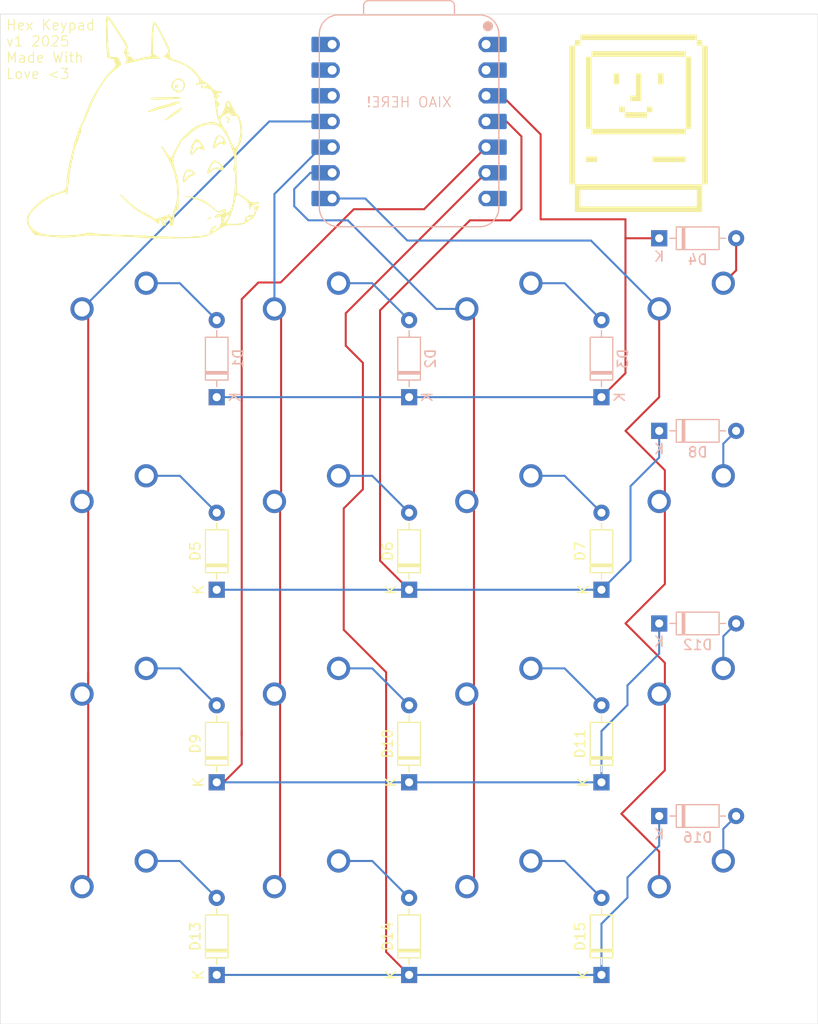
<source format=kicad_pcb>
(kicad_pcb (version 20240108) (generator "pcbnew") (generator_version "8.0")
  (layers (0 "F.Cu" signal) (31 "B.Cu" signal) (34 "B.Paste" user) (35 "F.Paste" user) (36 "B.SilkS" user "B.Silkscreen") (37 "F.SilkS" user "F.Silkscreen") (38 "B.Mask" user) (39 "F.Mask" user) (44 "Edge.Cuts" user))
  (net 0 "")
  (net 1 "Net-(D1-K)")
  (net 2 "Net-(D1-A)")
  (net 3 "Net-(D2-A)")
  (net 4 "Net-(D3-A)")
  (net 5 "Net-(D4-A)")
  (net 6 "Net-(D5-A)")
  (net 7 "Net-(D5-K)")
  (net 8 "Net-(D6-A)")
  (net 9 "Net-(D7-A)")
  (net 10 "Net-(D8-A)")
  (net 11 "Net-(D10-K)")
  (net 12 "Net-(D9-A)")
  (net 13 "Net-(D10-A)")
  (net 14 "Net-(D11-A)")
  (net 15 "Net-(D12-A)")
  (net 16 "Net-(D13-A)")
  (net 17 "Net-(D13-K)")
  (net 18 "Net-(D14-A)")
  (net 19 "Net-(D15-A)")
  (net 20 "Net-(D16-A)")
  (net 21 "Net-(U1-GPIO3{slash}MOSI)")
  (net 22 "Net-(U1-GPIO4{slash}MISO)")
  (net 23 "Net-(U1-GPIO2{slash}SCK)")
  (net 24 "Net-(U1-GPIO1{slash}RX)")
  (net 28 "GND")
  (net 30 "+5V")
  (footprint "MX_Solderable:MX-Solderable-1U" (layer "F.Cu") (at 95.25 76.2)
    (property "Reference" "SW2")
    (property "Value" "SW_Push")
    (pad "" np_thru_hole circle (at -5.08 0 48.099) (size 1.7018 1.7018) (drill 1.7018) (layers "F&B.Cu" "*.Mask"))
    (pad "" np_thru_hole circle (at 0 0) (size 3.9878 3.9878) (drill 3.9878) (layers "*.Cu" "*.Mask"))
    (pad "" np_thru_hole circle (at 5.08 0 48.099) (size 1.7018 1.7018) (drill 1.7018) (layers "F&B.Cu" "*.Mask"))
    (pad "1" thru_hole circle (at -3.81 -2.54) (size 2.3 2.3) (drill 1.524) (layers "*.Cu" "B.Mask") (net 22 "Net-(U1-GPIO4{slash}MISO)"))
    (pad "2" thru_hole circle (at 2.54 -5.08) (size 2.3 2.3) (drill 1.524) (layers "*.Cu" "B.Mask") (net 3 "Net-(D2-A)"))
  )
  (footprint "MX_Solderable:MX-Solderable-1U" (layer "F.Cu") (at 114.3 133.35)
    (property "Reference" "SW15")
    (property "Value" "SW_Push")
    (pad "" np_thru_hole circle (at -5.08 0 48.099) (size 1.7018 1.7018) (drill 1.7018) (layers "F&B.Cu" "*.Mask"))
    (pad "" np_thru_hole circle (at 0 0) (size 3.9878 3.9878) (drill 3.9878) (layers "*.Cu" "*.Mask"))
    (pad "" np_thru_hole circle (at 5.08 0 48.099) (size 1.7018 1.7018) (drill 1.7018) (layers "F&B.Cu" "*.Mask"))
    (pad "1" thru_hole circle (at -3.81 -2.54) (size 2.3 2.3) (drill 1.524) (layers "*.Cu" "B.Mask") (net 23 "Net-(U1-GPIO2{slash}SCK)"))
    (pad "2" thru_hole circle (at 2.54 -5.08) (size 2.3 2.3) (drill 1.524) (layers "*.Cu" "B.Mask") (net 19 "Net-(D15-A)"))
  )
  (footprint "MX_Solderable:MX-Solderable-1U" (layer "F.Cu") (at 76.2 76.2)
    (property "Reference" "SW1")
    (property "Value" "SW_Push")
    (pad "" np_thru_hole circle (at -5.08 0 48.099) (size 1.7018 1.7018) (drill 1.7018) (layers "F&B.Cu" "*.Mask"))
    (pad "" np_thru_hole circle (at 0 0) (size 3.9878 3.9878) (drill 3.9878) (layers "*.Cu" "*.Mask"))
    (pad "" np_thru_hole circle (at 5.08 0 48.099) (size 1.7018 1.7018) (drill 1.7018) (layers "F&B.Cu" "*.Mask"))
    (pad "1" thru_hole circle (at -3.81 -2.54) (size 2.3 2.3) (drill 1.524) (layers "*.Cu" "B.Mask") (net 21 "Net-(U1-GPIO3{slash}MOSI)"))
    (pad "2" thru_hole circle (at 2.54 -5.08) (size 2.3 2.3) (drill 1.524) (layers "*.Cu" "B.Mask") (net 2 "Net-(D1-A)"))
  )
  (footprint "LOGO" (layer "F.Cu") (at 127.5 55.3)
    (property "Reference" "G***" (hide yes))
    (property "Value" "LOGO" (hide yes))
  )
  (footprint "Diode_THT:D_DO-35_SOD27_P7.62mm_Horizontal" (layer "F.Cu") (at 123.825 120.49125 90)
    (property "Reference" "D11" (at 3.81 -2.12 90) (layer "F.SilkS"))
    (property "Value" "D")
    (fp_text user "K" (at 0 -1.8 90) (layer "F.SilkS"))
    (pad "1" thru_hole rect (at 0 0 90) (size 1.6 1.6) (drill 0.8) (layers "*.Cu" "*.Mask") (net 11 "Net-(D10-K)"))
    (pad "2" thru_hole oval (at 7.62 0 90) (size 1.6 1.6) (drill 0.8) (layers "*.Cu" "*.Mask") (net 14 "Net-(D11-A)"))
  )
  (footprint "MX_Solderable:MX-Solderable-1U" (layer "F.Cu") (at 95.25 114.3)
    (property "Reference" "SW10")
    (property "Value" "SW_Push")
    (pad "" np_thru_hole circle (at -5.08 0 48.099) (size 1.7018 1.7018) (drill 1.7018) (layers "F&B.Cu" "*.Mask"))
    (pad "" np_thru_hole circle (at 0 0) (size 3.9878 3.9878) (drill 3.9878) (layers "*.Cu" "*.Mask"))
    (pad "" np_thru_hole circle (at 5.08 0 48.099) (size 1.7018 1.7018) (drill 1.7018) (layers "F&B.Cu" "*.Mask"))
    (pad "1" thru_hole circle (at -3.81 -2.54) (size 2.3 2.3) (drill 1.524) (layers "*.Cu" "B.Mask") (net 22 "Net-(U1-GPIO4{slash}MISO)"))
    (pad "2" thru_hole circle (at 2.54 -5.08) (size 2.3 2.3) (drill 1.524) (layers "*.Cu" "B.Mask") (net 13 "Net-(D10-A)"))
  )
  (footprint "MX_Solderable:MX-Solderable-1U" (layer "F.Cu") (at 133.35 114.3)
    (property "Reference" "SW12")
    (property "Value" "SW_Push")
    (pad "" np_thru_hole circle (at -5.08 0 48.099) (size 1.7018 1.7018) (drill 1.7018) (layers "F&B.Cu" "*.Mask"))
    (pad "" np_thru_hole circle (at 0 0) (size 3.9878 3.9878) (drill 3.9878) (layers "*.Cu" "*.Mask"))
    (pad "" np_thru_hole circle (at 5.08 0 48.099) (size 1.7018 1.7018) (drill 1.7018) (layers "F&B.Cu" "*.Mask"))
    (pad "1" thru_hole circle (at -3.81 -2.54) (size 2.3 2.3) (drill 1.524) (layers "*.Cu" "B.Mask") (net 24 "Net-(U1-GPIO1{slash}RX)"))
    (pad "2" thru_hole circle (at 2.54 -5.08) (size 2.3 2.3) (drill 1.524) (layers "*.Cu" "B.Mask") (net 15 "Net-(D12-A)"))
  )
  (footprint "MX_Solderable:MX-Solderable-1U" (layer "F.Cu") (at 114.3 95.25)
    (property "Reference" "SW7")
    (property "Value" "SW_Push")
    (pad "" np_thru_hole circle (at -5.08 0 48.099) (size 1.7018 1.7018) (drill 1.7018) (layers "F&B.Cu" "*.Mask"))
    (pad "" np_thru_hole circle (at 0 0) (size 3.9878 3.9878) (drill 3.9878) (layers "*.Cu" "*.Mask"))
    (pad "" np_thru_hole circle (at 5.08 0 48.099) (size 1.7018 1.7018) (drill 1.7018) (layers "F&B.Cu" "*.Mask"))
    (pad "1" thru_hole circle (at -3.81 -2.54) (size 2.3 2.3) (drill 1.524) (layers "*.Cu" "B.Mask") (net 23 "Net-(U1-GPIO2{slash}SCK)"))
    (pad "2" thru_hole circle (at 2.54 -5.08) (size 2.3 2.3) (drill 1.524) (layers "*.Cu" "B.Mask") (net 9 "Net-(D7-A)"))
  )
  (footprint "MX_Solderable:MX-Solderable-1U" (layer "F.Cu") (at 133.35 95.25)
    (property "Reference" "SW8")
    (property "Value" "SW_Push")
    (pad "" np_thru_hole circle (at -5.08 0 48.099) (size 1.7018 1.7018) (drill 1.7018) (layers "F&B.Cu" "*.Mask"))
    (pad "" np_thru_hole circle (at 0 0) (size 3.9878 3.9878) (drill 3.9878) (layers "*.Cu" "*.Mask"))
    (pad "" np_thru_hole circle (at 5.08 0 48.099) (size 1.7018 1.7018) (drill 1.7018) (layers "F&B.Cu" "*.Mask"))
    (pad "1" thru_hole circle (at -3.81 -2.54) (size 2.3 2.3) (drill 1.524) (layers "*.Cu" "B.Mask") (net 24 "Net-(U1-GPIO1{slash}RX)"))
    (pad "2" thru_hole circle (at 2.54 -5.08) (size 2.3 2.3) (drill 1.524) (layers "*.Cu" "B.Mask") (net 10 "Net-(D8-A)"))
  )
  (footprint "MX_Solderable:MX-Solderable-1U" (layer "F.Cu") (at 95.25 95.25)
    (property "Reference" "SW6")
    (property "Value" "SW_Push")
    (pad "" np_thru_hole circle (at -5.08 0 48.099) (size 1.7018 1.7018) (drill 1.7018) (layers "F&B.Cu" "*.Mask"))
    (pad "" np_thru_hole circle (at 0 0) (size 3.9878 3.9878) (drill 3.9878) (layers "*.Cu" "*.Mask"))
    (pad "" np_thru_hole circle (at 5.08 0 48.099) (size 1.7018 1.7018) (drill 1.7018) (layers "F&B.Cu" "*.Mask"))
    (pad "1" thru_hole circle (at -3.81 -2.54) (size 2.3 2.3) (drill 1.524) (layers "*.Cu" "B.Mask") (net 22 "Net-(U1-GPIO4{slash}MISO)"))
    (pad "2" thru_hole circle (at 2.54 -5.08) (size 2.3 2.3) (drill 1.524) (layers "*.Cu" "B.Mask") (net 8 "Net-(D6-A)"))
  )
  (footprint "Diode_THT:D_DO-35_SOD27_P7.62mm_Horizontal" (layer "F.Cu") (at 104.775 120.49125 90)
    (property "Reference" "D10" (at 3.81 -2.12 90) (layer "F.SilkS"))
    (property "Value" "D")
    (fp_text user "K" (at 0 -1.8 90) (layer "F.SilkS"))
    (pad "1" thru_hole rect (at 0 0 90) (size 1.6 1.6) (drill 0.8) (layers "*.Cu" "*.Mask") (net 11 "Net-(D10-K)"))
    (pad "2" thru_hole oval (at 7.62 0 90) (size 1.6 1.6) (drill 0.8) (layers "*.Cu" "*.Mask") (net 13 "Net-(D10-A)"))
  )
  (footprint "MX_Solderable:MX-Solderable-1U" (layer "F.Cu") (at 76.2 114.3)
    (property "Reference" "SW9")
    (property "Value" "SW_Push")
    (pad "" np_thru_hole circle (at -5.08 0 48.099) (size 1.7018 1.7018) (drill 1.7018) (layers "F&B.Cu" "*.Mask"))
    (pad "" np_thru_hole circle (at 0 0) (size 3.9878 3.9878) (drill 3.9878) (layers "*.Cu" "*.Mask"))
    (pad "" np_thru_hole circle (at 5.08 0 48.099) (size 1.7018 1.7018) (drill 1.7018) (layers "F&B.Cu" "*.Mask"))
    (pad "1" thru_hole circle (at -3.81 -2.54) (size 2.3 2.3) (drill 1.524) (layers "*.Cu" "B.Mask") (net 21 "Net-(U1-GPIO3{slash}MOSI)"))
    (pad "2" thru_hole circle (at 2.54 -5.08) (size 2.3 2.3) (drill 1.524) (layers "*.Cu" "B.Mask") (net 12 "Net-(D9-A)"))
  )
  (footprint "LOGO" (layer "F.Cu") (at 78.9 58.1)
    (property "Reference" "G***" (hide yes))
    (property "Value" "LOGO" (hide yes))
  )
  (footprint "MX_Solderable:MX-Solderable-1U" (layer "F.Cu") (at 76.2 95.25)
    (property "Reference" "SW5")
    (property "Value" "SW_Push")
    (pad "" np_thru_hole circle (at -5.08 0 48.099) (size 1.7018 1.7018) (drill 1.7018) (layers "F&B.Cu" "*.Mask"))
    (pad "" np_thru_hole circle (at 0 0) (size 3.9878 3.9878) (drill 3.9878) (layers "*.Cu" "*.Mask"))
    (pad "" np_thru_hole circle (at 5.08 0 48.099) (size 1.7018 1.7018) (drill 1.7018) (layers "F&B.Cu" "*.Mask"))
    (pad "1" thru_hole circle (at -3.81 -2.54) (size 2.3 2.3) (drill 1.524) (layers "*.Cu" "B.Mask") (net 21 "Net-(U1-GPIO3{slash}MOSI)"))
    (pad "2" thru_hole circle (at 2.54 -5.08) (size 2.3 2.3) (drill 1.524) (layers "*.Cu" "B.Mask") (net 6 "Net-(D5-A)"))
  )
  (footprint "Diode_THT:D_DO-35_SOD27_P7.62mm_Horizontal" (layer "F.Cu") (at 123.825 101.44125 90)
    (property "Reference" "D7" (at 3.81 -2.12 90) (layer "F.SilkS"))
    (property "Value" "D")
    (fp_text user "K" (at 0 -1.8 90) (layer "F.SilkS"))
    (pad "1" thru_hole rect (at 0 0 90) (size 1.6 1.6) (drill 0.8) (layers "*.Cu" "*.Mask") (net 7 "Net-(D5-K)"))
    (pad "2" thru_hole oval (at 7.62 0 90) (size 1.6 1.6) (drill 0.8) (layers "*.Cu" "*.Mask") (net 9 "Net-(D7-A)"))
  )
  (footprint "Diode_THT:D_DO-35_SOD27_P7.62mm_Horizontal" (layer "F.Cu") (at 85.725 120.49125 90)
    (property "Reference" "D9" (at 3.81 -2.12 90) (layer "F.SilkS"))
    (property "Value" "D")
    (fp_text user "K" (at 0 -1.8 90) (layer "F.SilkS"))
    (pad "1" thru_hole rect (at 0 0 90) (size 1.6 1.6) (drill 0.8) (layers "*.Cu" "*.Mask") (net 11 "Net-(D10-K)"))
    (pad "2" thru_hole oval (at 7.62 0 90) (size 1.6 1.6) (drill 0.8) (layers "*.Cu" "*.Mask") (net 12 "Net-(D9-A)"))
  )
  (footprint "Diode_THT:D_DO-35_SOD27_P7.62mm_Horizontal" (layer "F.Cu") (at 104.775 101.44125 90)
    (property "Reference" "D6" (at 3.81 -2.12 90) (layer "F.SilkS"))
    (property "Value" "D")
    (fp_text user "K" (at 0 -1.8 90) (layer "F.SilkS"))
    (pad "1" thru_hole rect (at 0 0 90) (size 1.6 1.6) (drill 0.8) (layers "*.Cu" "*.Mask") (net 7 "Net-(D5-K)"))
    (pad "2" thru_hole oval (at 7.62 0 90) (size 1.6 1.6) (drill 0.8) (layers "*.Cu" "*.Mask") (net 8 "Net-(D6-A)"))
  )
  (footprint "MX_Solderable:MX-Solderable-1U" (layer "F.Cu") (at 133.35 133.35)
    (property "Reference" "SW16")
    (property "Value" "SW_Push")
    (pad "" np_thru_hole circle (at -5.08 0 48.099) (size 1.7018 1.7018) (drill 1.7018) (layers "F&B.Cu" "*.Mask"))
    (pad "" np_thru_hole circle (at 0 0) (size 3.9878 3.9878) (drill 3.9878) (layers "*.Cu" "*.Mask"))
    (pad "" np_thru_hole circle (at 5.08 0 48.099) (size 1.7018 1.7018) (drill 1.7018) (layers "F&B.Cu" "*.Mask"))
    (pad "1" thru_hole circle (at -3.81 -2.54) (size 2.3 2.3) (drill 1.524) (layers "*.Cu" "B.Mask") (net 24 "Net-(U1-GPIO1{slash}RX)"))
    (pad "2" thru_hole circle (at 2.54 -5.08) (size 2.3 2.3) (drill 1.524) (layers "*.Cu" "B.Mask") (net 20 "Net-(D16-A)"))
  )
  (footprint "MX_Solderable:MX-Solderable-1U" (layer "F.Cu") (at 114.3 114.3)
    (property "Reference" "SW11")
    (property "Value" "SW_Push")
    (pad "" np_thru_hole circle (at -5.08 0 48.099) (size 1.7018 1.7018) (drill 1.7018) (layers "F&B.Cu" "*.Mask"))
    (pad "" np_thru_hole circle (at 0 0) (size 3.9878 3.9878) (drill 3.9878) (layers "*.Cu" "*.Mask"))
    (pad "" np_thru_hole circle (at 5.08 0 48.099) (size 1.7018 1.7018) (drill 1.7018) (layers "F&B.Cu" "*.Mask"))
    (pad "1" thru_hole circle (at -3.81 -2.54) (size 2.3 2.3) (drill 1.524) (layers "*.Cu" "B.Mask") (net 23 "Net-(U1-GPIO2{slash}SCK)"))
    (pad "2" thru_hole circle (at 2.54 -5.08) (size 2.3 2.3) (drill 1.524) (layers "*.Cu" "B.Mask") (net 14 "Net-(D11-A)"))
  )
  (footprint "MX_Solderable:MX-Solderable-1U" (layer "F.Cu") (at 114.3 76.2)
    (property "Reference" "SW3")
    (property "Value" "SW_Push")
    (pad "" np_thru_hole circle (at -5.08 0 48.099) (size 1.7018 1.7018) (drill 1.7018) (layers "F&B.Cu" "*.Mask"))
    (pad "" np_thru_hole circle (at 0 0) (size 3.9878 3.9878) (drill 3.9878) (layers "*.Cu" "*.Mask"))
    (pad "" np_thru_hole circle (at 5.08 0 48.099) (size 1.7018 1.7018) (drill 1.7018) (layers "F&B.Cu" "*.Mask"))
    (pad "1" thru_hole circle (at -3.81 -2.54) (size 2.3 2.3) (drill 1.524) (layers "*.Cu" "B.Mask") (net 23 "Net-(U1-GPIO2{slash}SCK)"))
    (pad "2" thru_hole circle (at 2.54 -5.08) (size 2.3 2.3) (drill 1.524) (layers "*.Cu" "B.Mask") (net 4 "Net-(D3-A)"))
  )
  (footprint "Diode_THT:D_DO-35_SOD27_P7.62mm_Horizontal" (layer "F.Cu") (at 123.825 139.54125 90)
    (property "Reference" "D15" (at 3.81 -2.12 90) (layer "F.SilkS"))
    (property "Value" "D")
    (fp_text user "K" (at 0 -1.8 90) (layer "F.SilkS"))
    (pad "1" thru_hole rect (at 0 0 90) (size 1.6 1.6) (drill 0.8) (layers "*.Cu" "*.Mask") (net 17 "Net-(D13-K)"))
    (pad "2" thru_hole oval (at 7.62 0 90) (size 1.6 1.6) (drill 0.8) (layers "*.Cu" "*.Mask") (net 19 "Net-(D15-A)"))
  )
  (footprint "Diode_THT:D_DO-35_SOD27_P7.62mm_Horizontal" (layer "F.Cu") (at 104.775 139.54125 90)
    (property "Reference" "D14" (at 3.81 -2.12 90) (layer "F.SilkS"))
    (property "Value" "D")
    (fp_text user "K" (at 0 -1.8 90) (layer "F.SilkS"))
    (pad "1" thru_hole rect (at 0 0 90) (size 1.6 1.6) (drill 0.8) (layers "*.Cu" "*.Mask") (net 17 "Net-(D13-K)"))
    (pad "2" thru_hole oval (at 7.62 0 90) (size 1.6 1.6) (drill 0.8) (layers "*.Cu" "*.Mask") (net 18 "Net-(D14-A)"))
  )
  (footprint "MX_Solderable:MX-Solderable-1U" (layer "F.Cu") (at 76.2 133.35)
    (property "Reference" "SW13")
    (property "Value" "SW_Push")
    (pad "" np_thru_hole circle (at -5.08 0 48.099) (size 1.7018 1.7018) (drill 1.7018) (layers "F&B.Cu" "*.Mask"))
    (pad "" np_thru_hole circle (at 0 0) (size 3.9878 3.9878) (drill 3.9878) (layers "*.Cu" "*.Mask"))
    (pad "" np_thru_hole circle (at 5.08 0 48.099) (size 1.7018 1.7018) (drill 1.7018) (layers "F&B.Cu" "*.Mask"))
    (pad "1" thru_hole circle (at -3.81 -2.54) (size 2.3 2.3) (drill 1.524) (layers "*.Cu" "B.Mask") (net 21 "Net-(U1-GPIO3{slash}MOSI)"))
    (pad "2" thru_hole circle (at 2.54 -5.08) (size 2.3 2.3) (drill 1.524) (layers "*.Cu" "B.Mask") (net 16 "Net-(D13-A)"))
  )
  (footprint "MX_Solderable:MX-Solderable-1U" (layer "F.Cu") (at 95.25 133.35)
    (property "Reference" "SW14")
    (property "Value" "SW_Push")
    (pad "" np_thru_hole circle (at -5.08 0 48.099) (size 1.7018 1.7018) (drill 1.7018) (layers "F&B.Cu" "*.Mask"))
    (pad "" np_thru_hole circle (at 0 0) (size 3.9878 3.9878) (drill 3.9878) (layers "*.Cu" "*.Mask"))
    (pad "" np_thru_hole circle (at 5.08 0 48.099) (size 1.7018 1.7018) (drill 1.7018) (layers "F&B.Cu" "*.Mask"))
    (pad "1" thru_hole circle (at -3.81 -2.54) (size 2.3 2.3) (drill 1.524) (layers "*.Cu" "B.Mask") (net 22 "Net-(U1-GPIO4{slash}MISO)"))
    (pad "2" thru_hole circle (at 2.54 -5.08) (size 2.3 2.3) (drill 1.524) (layers "*.Cu" "B.Mask") (net 18 "Net-(D14-A)"))
  )
  (footprint "Diode_THT:D_DO-35_SOD27_P7.62mm_Horizontal" (layer "F.Cu") (at 85.725 139.54125 90)
    (property "Reference" "D13" (at 3.81 -2.12 90) (layer "F.SilkS"))
    (property "Value" "D")
    (fp_text user "K" (at 0 -1.8 90) (layer "F.SilkS"))
    (pad "1" thru_hole rect (at 0 0 90) (size 1.6 1.6) (drill 0.8) (layers "*.Cu" "*.Mask") (net 17 "Net-(D13-K)"))
    (pad "2" thru_hole oval (at 7.62 0 90) (size 1.6 1.6) (drill 0.8) (layers "*.Cu" "*.Mask") (net 16 "Net-(D13-A)"))
  )
  (footprint "Diode_THT:D_DO-35_SOD27_P7.62mm_Horizontal" (layer "F.Cu") (at 85.725 101.44125 90)
    (property "Reference" "D5" (at 3.81 -2.12 90) (layer "F.SilkS"))
    (property "Value" "D")
    (fp_text user "K" (at 0 -1.8 90) (layer "F.SilkS"))
    (pad "1" thru_hole rect (at 0 0 90) (size 1.6 1.6) (drill 0.8) (layers "*.Cu" "*.Mask") (net 7 "Net-(D5-K)"))
    (pad "2" thru_hole oval (at 7.62 0 90) (size 1.6 1.6) (drill 0.8) (layers "*.Cu" "*.Mask") (net 6 "Net-(D5-A)"))
  )
  (footprint "MX_Solderable:MX-Solderable-1U" (layer "F.Cu") (at 133.35 76.2)
    (property "Reference" "SW4")
    (property "Value" "SW_Push")
    (pad "" np_thru_hole circle (at -5.08 0 48.099) (size 1.7018 1.7018) (drill 1.7018) (layers "F&B.Cu" "*.Mask"))
    (pad "" np_thru_hole circle (at 0 0) (size 3.9878 3.9878) (drill 3.9878) (layers "*.Cu" "*.Mask"))
    (pad "" np_thru_hole circle (at 5.08 0 48.099) (size 1.7018 1.7018) (drill 1.7018) (layers "F&B.Cu" "*.Mask"))
    (pad "1" thru_hole circle (at -3.81 -2.54) (size 2.3 2.3) (drill 1.524) (layers "*.Cu" "B.Mask") (net 24 "Net-(U1-GPIO1{slash}RX)"))
    (pad "2" thru_hole circle (at 2.54 -5.08) (size 2.3 2.3) (drill 1.524) (layers "*.Cu" "B.Mask") (net 5 "Net-(D4-A)"))
  )
  (footprint "Seeed Studio XIAO Series Library:XIAO-RP2040-DIP" (layer "B.Cu") (at 104.775 55.12 180)
    (property "Reference" "U1" (hide yes))
    (property "Value" "XIAO-RP2040-DIP")
    (pad "1" smd roundrect (at -8.455 7.62) (size 2.432 1.524) (layers "B.Cu" "B.Mask") (roundrect_rratio 0.1))
    (pad "1" thru_hole circle (at -7.62 7.62) (size 1.524 1.524) (drill 0.889) (layers "*.Cu" "*.Mask"))
    (pad "2" smd roundrect (at -8.455 5.08) (size 2.432 1.524) (layers "B.Cu" "B.Mask") (roundrect_rratio 0.1))
    (pad "2" thru_hole circle (at -7.62 5.08) (size 1.524 1.524) (drill 0.889) (layers "*.Cu" "*.Mask"))
    (pad "3" smd roundrect (at -8.455 2.54) (size 2.432 1.524) (layers "B.Cu" "B.Mask") (roundrect_rratio 0.1) (net 1 "Net-(D1-K)"))
    (pad "3" thru_hole circle (at -7.62 2.54) (size 1.524 1.524) (drill 0.889) (layers "*.Cu" "*.Mask") (net 1 "Net-(D1-K)"))
    (pad "4" smd roundrect (at -8.455 0) (size 2.432 1.524) (layers "B.Cu" "B.Mask") (roundrect_rratio 0.1) (net 7 "Net-(D5-K)"))
    (pad "4" thru_hole circle (at -7.62 0) (size 1.524 1.524) (drill 0.889) (layers "*.Cu" "*.Mask") (net 7 "Net-(D5-K)"))
    (pad "5" smd roundrect (at -8.455 -2.54) (size 2.432 1.524) (layers "B.Cu" "B.Mask") (roundrect_rratio 0.1) (net 11 "Net-(D10-K)"))
    (pad "5" thru_hole circle (at -7.62 -2.54) (size 1.524 1.524) (drill 0.889) (layers "*.Cu" "*.Mask") (net 11 "Net-(D10-K)"))
    (pad "6" smd roundrect (at -8.455 -5.08) (size 2.432 1.524) (layers "B.Cu" "B.Mask") (roundrect_rratio 0.1) (net 17 "Net-(D13-K)"))
    (pad "6" thru_hole circle (at -7.62 -5.08) (size 1.524 1.524) (drill 0.889) (layers "*.Cu" "*.Mask") (net 17 "Net-(D13-K)"))
    (pad "7" smd roundrect (at -8.455 -7.62) (size 2.432 1.524) (layers "B.Cu" "B.Mask") (roundrect_rratio 0.1))
    (pad "7" thru_hole circle (at -7.62 -7.62) (size 1.524 1.524) (drill 0.889) (layers "*.Cu" "*.Mask"))
    (pad "8" thru_hole circle (at 7.62 -7.62 180) (size 1.524 1.524) (drill 0.889) (layers "*.Cu" "*.Mask") (net 24 "Net-(U1-GPIO1{slash}RX)"))
    (pad "8" smd roundrect (at 8.455 -7.62 180) (size 2.432 1.524) (layers "B.Cu" "B.Mask") (roundrect_rratio 0.1) (net 24 "Net-(U1-GPIO1{slash}RX)"))
    (pad "9" thru_hole circle (at 7.62 -5.08 180) (size 1.524 1.524) (drill 0.889) (layers "*.Cu" "*.Mask") (net 23 "Net-(U1-GPIO2{slash}SCK)"))
    (pad "9" smd roundrect (at 8.455 -5.08 180) (size 2.432 1.524) (layers "B.Cu" "B.Mask") (roundrect_rratio 0.1) (net 23 "Net-(U1-GPIO2{slash}SCK)"))
    (pad "10" thru_hole circle (at 7.62 -2.54 180) (size 1.524 1.524) (drill 0.889) (layers "*.Cu" "*.Mask") (net 22 "Net-(U1-GPIO4{slash}MISO)"))
    (pad "10" smd roundrect (at 8.455 -2.54 180) (size 2.432 1.524) (layers "B.Cu" "B.Mask") (roundrect_rratio 0.1) (net 22 "Net-(U1-GPIO4{slash}MISO)"))
    (pad "11" thru_hole circle (at 7.62 0 180) (size 1.524 1.524) (drill 0.889) (layers "*.Cu" "*.Mask") (net 21 "Net-(U1-GPIO3{slash}MOSI)"))
    (pad "11" smd roundrect (at 8.455 0 180) (size 2.432 1.524) (layers "B.Cu" "B.Mask") (roundrect_rratio 0.1) (net 21 "Net-(U1-GPIO3{slash}MOSI)"))
    (pad "12" thru_hole circle (at 7.62 2.54 180) (size 1.524 1.524) (drill 0.889) (layers "*.Cu" "*.Mask"))
    (pad "12" smd roundrect (at 8.455 2.54 180) (size 2.432 1.524) (layers "B.Cu" "B.Mask") (roundrect_rratio 0.1))
    (pad "13" thru_hole circle (at 7.62 5.08 180) (size 1.524 1.524) (drill 0.889) (layers "*.Cu" "*.Mask") (net 28 "GND"))
    (pad "13" smd roundrect (at 8.455 5.08 180) (size 2.432 1.524) (layers "B.Cu" "B.Mask") (roundrect_rratio 0.1) (net 28 "GND"))
    (pad "14" thru_hole circle (at 7.62 7.62 180) (size 1.524 1.524) (drill 0.889) (layers "*.Cu" "*.Mask") (net 30 "+5V"))
    (pad "14" smd roundrect (at 8.455 7.62 180) (size 2.432 1.524) (layers "B.Cu" "B.Mask") (roundrect_rratio 0.1) (net 30 "+5V"))
  )
  (footprint "Diode_THT:D_DO-35_SOD27_P7.62mm_Horizontal" (layer "B.Cu") (at 85.725 82.39125 90)
    (property "Reference" "D1" (at 3.81 2.12 90) (layer "B.SilkS") (effects (justify mirror)))
    (property "Value" "D")
    (fp_text user "K" (at 0 1.8 90) (layer "B.SilkS") (effects (justify mirror)))
    (pad "1" thru_hole rect (at 0 0 90) (size 1.6 1.6) (drill 0.8) (layers "*.Cu" "*.Mask") (net 1 "Net-(D1-K)"))
    (pad "2" thru_hole oval (at 7.62 0 90) (size 1.6 1.6) (drill 0.8) (layers "*.Cu" "*.Mask") (net 2 "Net-(D1-A)"))
  )
  (footprint "Diode_THT:D_DO-35_SOD27_P7.62mm_Horizontal" (layer "B.Cu") (at 129.54 66.675)
    (property "Reference" "D4" (at 3.81 2.12 0) (layer "B.SilkS") (effects (justify mirror)))
    (property "Value" "D")
    (fp_text user "K" (at 0 1.8 0) (layer "B.SilkS") (effects (justify mirror)))
    (pad "1" thru_hole rect (at 0 0) (size 1.6 1.6) (drill 0.8) (layers "*.Cu" "*.Mask") (net 1 "Net-(D1-K)"))
    (pad "2" thru_hole oval (at 7.62 0) (size 1.6 1.6) (drill 0.8) (layers "*.Cu" "*.Mask") (net 5 "Net-(D4-A)"))
  )
  (footprint "Diode_THT:D_DO-35_SOD27_P7.62mm_Horizontal" (layer "B.Cu") (at 129.54 123.825)
    (property "Reference" "D16" (at 3.81 2.12 0) (layer "B.SilkS") (effects (justify mirror)))
    (property "Value" "D")
    (fp_text user "K" (at 0 1.8 0) (layer "B.SilkS") (effects (justify mirror)))
    (pad "1" thru_hole rect (at 0 0) (size 1.6 1.6) (drill 0.8) (layers "*.Cu" "*.Mask") (net 17 "Net-(D13-K)"))
    (pad "2" thru_hole oval (at 7.62 0) (size 1.6 1.6) (drill 0.8) (layers "*.Cu" "*.Mask") (net 20 "Net-(D16-A)"))
  )
  (footprint "Diode_THT:D_DO-35_SOD27_P7.62mm_Horizontal" (layer "B.Cu") (at 123.825 82.39125 90)
    (property "Reference" "D3" (at 3.81 2.12 90) (layer "B.SilkS") (effects (justify mirror)))
    (property "Value" "D")
    (fp_text user "K" (at 0 1.8 90) (layer "B.SilkS") (effects (justify mirror)))
    (pad "1" thru_hole rect (at 0 0 90) (size 1.6 1.6) (drill 0.8) (layers "*.Cu" "*.Mask") (net 1 "Net-(D1-K)"))
    (pad "2" thru_hole oval (at 7.62 0 90) (size 1.6 1.6) (drill 0.8) (layers "*.Cu" "*.Mask") (net 4 "Net-(D3-A)"))
  )
  (footprint "Diode_THT:D_DO-35_SOD27_P7.62mm_Horizontal" (layer "B.Cu") (at 129.54 85.725)
    (property "Reference" "D8" (at 3.81 2.12 0) (layer "B.SilkS") (effects (justify mirror)))
    (property "Value" "D")
    (fp_text user "K" (at 0 1.8 0) (layer "B.SilkS") (effects (justify mirror)))
    (pad "1" thru_hole rect (at 0 0) (size 1.6 1.6) (drill 0.8) (layers "*.Cu" "*.Mask") (net 7 "Net-(D5-K)"))
    (pad "2" thru_hole oval (at 7.62 0) (size 1.6 1.6) (drill 0.8) (layers "*.Cu" "*.Mask") (net 10 "Net-(D8-A)"))
  )
  (footprint "Diode_THT:D_DO-35_SOD27_P7.62mm_Horizontal" (layer "B.Cu") (at 104.775 82.39125 90)
    (property "Reference" "D2" (at 3.81 2.12 90) (layer "B.SilkS") (effects (justify mirror)))
    (property "Value" "D")
    (fp_text user "K" (at 0 1.8 90) (layer "B.SilkS") (effects (justify mirror)))
    (pad "1" thru_hole rect (at 0 0 90) (size 1.6 1.6) (drill 0.8) (layers "*.Cu" "*.Mask") (net 1 "Net-(D1-K)"))
    (pad "2" thru_hole oval (at 7.62 0 90) (size 1.6 1.6) (drill 0.8) (layers "*.Cu" "*.Mask") (net 3 "Net-(D2-A)"))
  )
  (footprint "Diode_THT:D_DO-35_SOD27_P7.62mm_Horizontal" (layer "B.Cu") (at 129.54 104.775)
    (property "Reference" "D12" (at 3.81 2.12 0) (layer "B.SilkS") (effects (justify mirror)))
    (property "Value" "D")
    (fp_text user "K" (at 0 1.8 0) (layer "B.SilkS") (effects (justify mirror)))
    (pad "1" thru_hole rect (at 0 0) (size 1.6 1.6) (drill 0.8) (layers "*.Cu" "*.Mask") (net 11 "Net-(D10-K)"))
    (pad "2" thru_hole oval (at 7.62 0) (size 1.6 1.6) (drill 0.8) (layers "*.Cu" "*.Mask") (net 15 "Net-(D12-A)"))
  )
  (gr_rect (start 64.29 44.5) (end 145.26125 144.4) (stroke (width 0.05)) (fill none) (layer "Edge.Cuts"))
  (gr_text "XIAO HERE!" (at 104.775 53.8 -0) (layer "B.SilkS") (effects (font (size 1 1) (thickness 0.1)) (justify bottom mirror)))
  (gr_text "Hex Keypad\nv1 2025\nMade With\nLove <3" (at 64.8 51 0) (layer "F.SilkS") (effects (font (size 1 1) (thickness 0.1)) (justify left bottom)))
  (segment (start 126.2 80.01625) (end 126.2 66.6) (width 0.2) (layer "F.Cu") (net 1))
  (segment (start 113.98 52.58) (end 112.395 52.58) (width 0.2) (layer "F.Cu") (net 1))
  (segment (start 117.8 56.4) (end 113.98 52.58) (width 0.2) (layer "F.Cu") (net 1))
  (segment (start 126.2 66.6) (end 126.2 64.8) (width 0.2) (layer "F.Cu") (net 1))
  (segment (start 123.825 82.39125) (end 126.2 80.01625) (width 0.2) (layer "F.Cu") (net 1))
  (segment (start 126.275 66.675) (end 126.2 66.6) (width 0.2) (layer "F.Cu") (net 1))
  (segment (start 117.8 64.8) (end 117.8 56.4) (width 0.2) (layer "F.Cu") (net 1))
  (segment (start 129.54 66.675) (end 126.275 66.675) (width 0.2) (layer "F.Cu") (net 1))
  (segment (start 126.2 64.8) (end 117.8 64.8) (width 0.2) (layer "F.Cu") (net 1))
  (segment (start 85.725 82.39125) (end 123.825 82.39125) (width 0.2) (layer "B.Cu") (net 1))
  (segment (start 82.07375 71.12) (end 85.725 74.77125) (width 0.2) (layer "B.Cu") (net 2))
  (segment (start 78.74 71.12) (end 82.07375 71.12) (width 0.2) (layer "B.Cu") (net 2))
  (segment (start 97.79 71.12) (end 101.12375 71.12) (width 0.2) (layer "B.Cu") (net 3))
  (segment (start 101.12375 71.12) (end 104.775 74.77125) (width 0.2) (layer "B.Cu") (net 3))
  (segment (start 116.84 71.12) (end 120.17375 71.12) (width 0.2) (layer "B.Cu") (net 4))
  (segment (start 120.17375 71.12) (end 123.825 74.77125) (width 0.2) (layer "B.Cu") (net 4))
  (segment (start 137.16 69.85) (end 135.89 71.12) (width 0.2) (layer "F.Cu") (net 5))
  (segment (start 137.16 66.675) (end 137.16 69.85) (width 0.2) (layer "F.Cu") (net 5))
  (segment (start 82.07375 90.17) (end 85.725 93.82125) (width 0.2) (layer "B.Cu") (net 6))
  (segment (start 78.74 90.17) (end 82.07375 90.17) (width 0.2) (layer "B.Cu") (net 6))
  (segment (start 110.8 64.9) (end 114.8 64.9) (width 0.2) (layer "F.Cu") (net 7))
  (segment (start 114.8 64.9) (end 115.9 63.8) (width 0.2) (layer "F.Cu") (net 7))
  (segment (start 115.9 56.6) (end 114.42 55.12) (width 0.2) (layer "F.Cu") (net 7))
  (segment (start 101.9 98.56625) (end 101.9 73.8) (width 0.2) (layer "F.Cu") (net 7))
  (segment (start 101.9 73.8) (end 110.8 64.9) (width 0.2) (layer "F.Cu") (net 7))
  (segment (start 114.42 55.12) (end 112.395 55.12) (width 0.2) (layer "F.Cu") (net 7))
  (segment (start 115.9 63.8) (end 115.9 56.6) (width 0.2) (layer "F.Cu") (net 7))
  (segment (start 104.775 101.44125) (end 101.9 98.56625) (width 0.2) (layer "F.Cu") (net 7))
  (segment (start 126.7 91.2) (end 126.7 98.56625) (width 0.2) (layer "B.Cu") (net 7))
  (segment (start 126.7 98.56625) (end 123.825 101.44125) (width 0.2) (layer "B.Cu") (net 7))
  (segment (start 129.54 88.36) (end 126.7 91.2) (width 0.2) (layer "B.Cu") (net 7))
  (segment (start 129.54 85.725) (end 129.54 88.36) (width 0.2) (layer "B.Cu") (net 7))
  (segment (start 123.9 101.44125) (end 85.725 101.44125) (width 0.2) (layer "B.Cu") (net 7))
  (segment (start 97.79 90.17) (end 101.12375 90.17) (width 0.2) (layer "B.Cu") (net 8))
  (segment (start 101.12375 90.17) (end 104.775 93.82125) (width 0.2) (layer "B.Cu") (net 8))
  (segment (start 116.84 90.17) (end 120.17375 90.17) (width 0.2) (layer "B.Cu") (net 9))
  (segment (start 120.17375 90.17) (end 123.825 93.82125) (width 0.2) (layer "B.Cu") (net 9))
  (segment (start 136.4 90.68) (end 135.89 90.17) (width 0.2) (layer "F.Cu") (net 10))
  (segment (start 135.89 90.17) (end 135.89 86.995) (width 0.2) (layer "B.Cu") (net 10))
  (segment (start 135.89 86.995) (end 137.16 85.725) (width 0.2) (layer "B.Cu") (net 10))
  (segment (start 112.395 57.66) (end 106.253 63.802) (width 0.2) (layer "F.Cu") (net 11))
  (segment (start 92.05 71.05) (end 89.85 71.05) (width 0.2) (layer "F.Cu") (net 11))
  (segment (start 106.253 63.802) (end 99.298 63.802) (width 0.2) (layer "F.Cu") (net 11))
  (segment (start 85.725 120.49125) (end 86.40875 120.49125) (width 0.2) (layer "F.Cu") (net 11))
  (segment (start 86.40875 120.49125) (end 88.2 118.7) (width 0.2) (layer "F.Cu") (net 11))
  (segment (start 88.2 115.9) (end 88.2 72.7) (width 0.2) (layer "F.Cu") (net 11))
  (segment (start 88.2 118.7) (end 88.2 115.4) (width 0.2) (layer "F.Cu") (net 11))
  (segment (start 88.2 72.7) (end 89.85 71.05) (width 0.2) (layer "F.Cu") (net 11))
  (segment (start 129.54 105.340686) (end 129.54 105.175) (width 0.2) (layer "F.Cu") (net 11))
  (segment (start 99.298 63.802) (end 92.05 71.05) (width 0.2) (layer "F.Cu") (net 11))
  (segment (start 126.4 110.9) (end 129.54 107.76) (width 0.2) (layer "B.Cu") (net 11))
  (segment (start 85.725 120.49125) (end 124 120.49125) (width 0.2) (layer "B.Cu") (net 11))
  (segment (start 129.54 107.76) (end 129.54 104.775) (width 0.2) (layer "B.Cu") (net 11))
  (segment (start 126.4 112.84939) (end 126.4 110.9) (width 0.2) (layer "B.Cu") (net 11))
  (segment (start 123.825 120.49125) (end 123.825 115.42439) (width 0.2) (layer "B.Cu") (net 11))
  (segment (start 123.825 115.42439) (end 126.4 112.84939) (width 0.2) (layer "B.Cu") (net 11))
  (segment (start 82.07375 109.22) (end 85.725 112.87125) (width 0.2) (layer "B.Cu") (net 12))
  (segment (start 78.74 109.22) (end 82.07375 109.22) (width 0.2) (layer "B.Cu") (net 12))
  (segment (start 97.79 109.22) (end 101.12375 109.22) (width 0.2) (layer "B.Cu") (net 13))
  (segment (start 101.12375 109.22) (end 104.775 112.87125) (width 0.2) (layer "B.Cu") (net 13))
  (segment (start 120.17375 109.22) (end 123.825 112.87125) (width 0.2) (layer "B.Cu") (net 14))
  (segment (start 116.84 109.22) (end 120.17375 109.22) (width 0.2) (layer "B.Cu") (net 14))
  (segment (start 135.89 106.045) (end 137.16 104.775) (width 0.2) (layer "B.Cu") (net 15))
  (segment (start 135.89 109.22) (end 135.89 106.045) (width 0.2) (layer "B.Cu") (net 15))
  (segment (start 78.74 128.27) (end 82.07375 128.27) (width 0.2) (layer "B.Cu") (net 16))
  (segment (start 82.07375 128.27) (end 85.725 131.92125) (width 0.2) (layer "B.Cu") (net 16))
  (segment (start 102.5 137.26625) (end 102.5 109.6) (width 0.2) (layer "F.Cu") (net 17))
  (segment (start 104.775 139.54125) (end 102.5 137.26625) (width 0.2) (layer "F.Cu") (net 17))
  (segment (start 102.5 109.6) (end 98.3 105.4) (width 0.2) (layer "F.Cu") (net 17))
  (segment (start 98.3 105.4) (end 98.3 93.4) (width 0.2) (layer "F.Cu") (net 17))
  (segment (start 100.2 91.5) (end 100.2 79) (width 0.2) (layer "F.Cu") (net 17))
  (segment (start 100.2 79) (end 98.5 77.3) (width 0.2) (layer "F.Cu") (net 17))
  (segment (start 98.5 77.3) (end 98.5 74.095) (width 0.2) (layer "F.Cu") (net 17))
  (segment (start 98.5 74.095) (end 112.395 60.2) (width 0.2) (layer "F.Cu") (net 17))
  (segment (start 98.3 93.4) (end 100.2 91.5) (width 0.2) (layer "F.Cu") (net 17))
  (segment (start 129.54 126.76) (end 129.54 123.825) (width 0.2) (layer "B.Cu") (net 17))
  (segment (start 85.725 139.54125) (end 123.825 139.54125) (width 0.2) (layer "B.Cu") (net 17))
  (segment (start 123.825 134.47439) (end 126.4 131.89939) (width 0.2) (layer "B.Cu") (net 17))
  (segment (start 123.825 139.54125) (end 123.825 134.47439) (width 0.2) (layer "B.Cu") (net 17))
  (segment (start 126.4 131.89939) (end 126.4 129.9) (width 0.2) (layer "B.Cu") (net 17))
  (segment (start 126.4 129.9) (end 129.54 126.76) (width 0.2) (layer "B.Cu") (net 17))
  (segment (start 97.79 128.27) (end 101.12375 128.27) (width 0.2) (layer "B.Cu") (net 18))
  (segment (start 101.12375 128.27) (end 104.775 131.92125) (width 0.2) (layer "B.Cu") (net 18))
  (segment (start 116.84 128.27) (end 120.17375 128.27) (width 0.2) (layer "B.Cu") (net 19))
  (segment (start 120.17375 128.27) (end 123.825 131.92125) (width 0.2) (layer "B.Cu") (net 19))
  (segment (start 135.89 125.095) (end 137.16 123.825) (width 0.2) (layer "B.Cu") (net 20))
  (segment (start 137.325685 124.225) (end 137.442843 124.107842) (width 0.2) (layer "B.Cu") (net 20))
  (segment (start 135.89 128.27) (end 135.89 125.095) (width 0.2) (layer "B.Cu") (net 20))
  (segment (start 73 91) (end 73 92.4) (width 0.2) (layer "F.Cu") (net 21))
  (segment (start 73 74.27) (end 73 91) (width 0.2) (layer "F.Cu") (net 21))
  (segment (start 73 111.4) (end 73 112.5) (width 0.2) (layer "F.Cu") (net 21))
  (segment (start 73 92.4) (end 73 92.7) (width 0.2) (layer "F.Cu") (net 21))
  (segment (start 97.32 55.12) (end 97.155 55.12) (width 0.2) (layer "F.Cu") (net 21))
  (segment (start 73 112.37) (end 73 112.5) (width 0.2) (layer "F.Cu") (net 21))
  (segment (start 72.39 73.66) (end 73 74.27) (width 0.2) (layer "F.Cu") (net 21))
  (segment (start 72.39 111.76) (end 73 111.15) (width 0.2) (layer "F.Cu") (net 21))
  (segment (start 72.39 111.76) (end 72.75 111.4) (width 0.2) (layer "F.Cu") (net 21))
  (segment (start 72.39 92.71) (end 72.99 92.71) (width 0.2) (layer "F.Cu") (net 21))
  (segment (start 73 92.7) (end 73 109.7) (width 0.2) (layer "F.Cu") (net 21))
  (segment (start 72.75 111.4) (end 73 111.4) (width 0.2) (layer "F.Cu") (net 21))
  (segment (start 73 130.2) (end 73 112.5) (width 0.2) (layer "F.Cu") (net 21))
  (segment (start 72.39 130.81) (end 73 130.2) (width 0.2) (layer "F.Cu") (net 21))
  (segment (start 72.39 111.76) (end 73 112.37) (width 0.2) (layer "F.Cu") (net 21))
  (segment (start 72.39 92.71) (end 72.69 92.71) (width 0.2) (layer "F.Cu") (net 21))
  (segment (start 72.99 92.71) (end 73 92.7) (width 0.2) (layer "F.Cu") (net 21))
  (segment (start 72.39 92.71) (end 73 92.1) (width 0.2) (layer "F.Cu") (net 21))
  (segment (start 73 109.7) (end 73 111.4) (width 0.2) (layer "F.Cu") (net 21))
  (segment (start 73 111.15) (end 73 109.7) (width 0.2) (layer "F.Cu") (net 21))
  (segment (start 72.69 92.71) (end 73 92.4) (width 0.2) (layer "F.Cu") (net 21))
  (segment (start 72.39 73.66) (end 90.93 55.12) (width 0.2) (layer "B.Cu") (net 21))
  (segment (start 90.93 55.12) (end 97.155 55.12) (width 0.2) (layer "B.Cu") (net 21))
  (segment (start 96.739036 57.30875) (end 97.155 57.30875) (width 0.2) (layer "F.Cu") (net 22))
  (segment (start 92.1 74.32) (end 91.44 73.66) (width 0.2) (layer "F.Cu") (net 22))
  (segment (start 91.44 130.81) (end 92 130.25) (width 0.2) (layer "F.Cu") (net 22))
  (segment (start 91.44 111.76) (end 92 111.2) (width 0.2) (layer "F.Cu") (net 22))
  (segment (start 92 93.27) (end 92 110.6) (width 0.2) (layer "F.Cu") (net 22))
  (segment (start 91.44 92.71) (end 92.1 92.05) (width 0.2) (layer "F.Cu") (net 22))
  (segment (start 92 130.25) (end 92 110.6) (width 0.2) (layer "F.Cu") (net 22))
  (segment (start 92.1 92.05) (end 92.1 74.32) (width 0.2) (layer "F.Cu") (net 22))
  (segment (start 91.44 92.71) (end 92 93.27) (width 0.2) (layer "F.Cu") (net 22))
  (segment (start 92 111.2) (end 92 110.6) (width 0.2) (layer "F.Cu") (net 22))
  (segment (start 91.44 73.66) (end 91.44 62.29737) (width 0.2) (layer "B.Cu") (net 22))
  (segment (start 91.44 62.29737) (end 96.07737 57.66) (width 0.2) (layer "B.Cu") (net 22))
  (segment (start 96.07737 57.66) (end 97.155 57.66) (width 0.2) (layer "B.Cu") (net 22))
  (segment (start 111.2 112.47) (end 111.2 130.1) (width 0.2) (layer "F.Cu") (net 23))
  (segment (start 110.49 111.76) (end 111.2 112.47) (width 0.2) (layer "F.Cu") (net 23))
  (segment (start 111.2 130.1) (end 110.49 130.81) (width 0.2) (layer "F.Cu") (net 23))
  (segment (start 111.2 93.42) (end 111.2 111.05) (width 0.2) (layer "F.Cu") (net 23))
  (segment (start 111.2 74.37) (end 110.49 73.66) (width 0.2) (layer "F.Cu") (net 23))
  (segment (start 110.49 92.71) (end 111.2 92) (width 0.2) (layer "F.Cu") (net 23))
  (segment (start 111.2 111.05) (end 110.49 111.76) (width 0.2) (layer "F.Cu") (net 23))
  (segment (start 110.49 92.71) (end 111.2 93.42) (width 0.2) (layer "F.Cu") (net 23))
  (segment (start 111.2 92) (end 111.2 74.37) (width 0.2) (layer "F.Cu") (net 23))
  (segment (start 97.155 60.325) (end 97.155 60.2) (width 0.2) (layer "B.Cu") (net 23))
  (segment (start 95 60.2) (end 97.155 60.2) (width 0.2) (layer "B.Cu") (net 23))
  (segment (start 98.7 64.9) (end 94.8 64.9) (width 0.2) (layer "B.Cu") (net 23))
  (segment (start 110.49 73.66) (end 107.46 73.66) (width 0.2) (layer "B.Cu") (net 23))
  (segment (start 93.4 63.5) (end 93.4 61.8) (width 0.2) (layer "B.Cu") (net 23))
  (segment (start 107.46 73.66) (end 98.7 64.9) (width 0.2) (layer "B.Cu") (net 23))
  (segment (start 93.4 61.8) (end 95 60.2) (width 0.2) (layer "B.Cu") (net 23))
  (segment (start 94.8 64.9) (end 93.4 63.5) (width 0.2) (layer "B.Cu") (net 23))
  (segment (start 130.1 111.2) (end 130.1 110.5) (width 0.2) (layer "F.Cu") (net 24))
  (segment (start 130.1 91.3) (end 130.1 100.88125) (width 0.2) (layer "F.Cu") (net 24))
  (segment (start 130.1 92.15) (end 130.1 91.3) (width 0.2) (layer "F.Cu") (net 24))
  (segment (start 130.1 100.88125) (end 126.20625 104.775) (width 0.2) (layer "F.Cu") (net 24))
  (segment (start 126.20625 85.725) (end 130.1 89.61875) (width 0.2) (layer "F.Cu") (net 24))
  (segment (start 129.54 92.71) (end 130.1 92.15) (width 0.2) (layer "F.Cu") (net 24))
  (segment (start 125.8 123.6) (end 129.54 127.34) (width 0.2) (layer "F.Cu") (net 24))
  (segment (start 129.54 127.34) (end 129.54 130.81) (width 0.2) (layer "F.Cu") (net 24))
  (segment (start 129.54 82.39125) (end 126.20625 85.725) (width 0.2) (layer "F.Cu") (net 24))
  (segment (start 130.1 110.5) (end 130.1 119.3) (width 0.2) (layer "F.Cu") (net 24))
  (segment (start 130.1 119.3) (end 125.8 123.6) (width 0.2) (layer "F.Cu") (net 24))
  (segment (start 130.1 108.66875) (end 130.1 110.5) (width 0.2) (layer "F.Cu") (net 24))
  (segment (start 130.1 89.61875) (end 130.1 91.3) (width 0.2) (layer "F.Cu") (net 24))
  (segment (start 126.20625 104.775) (end 130.1 108.66875) (width 0.2) (layer "F.Cu") (net 24))
  (segment (start 129.54 111.76) (end 130.1 111.2) (width 0.2) (layer "F.Cu") (net 24))
  (segment (start 129.54 73.66) (end 129.54 82.39125) (width 0.2) (layer "F.Cu") (net 24))
  (segment (start 104.6 66.9) (end 100.44 62.74) (width 0.2) (layer "B.Cu") (net 24))
  (segment (start 122.78 66.9) (end 104.6 66.9) (width 0.2) (layer "B.Cu") (net 24))
  (segment (start 100.44 62.74) (end 97.155 62.74) (width 0.2) (layer "B.Cu") (net 24))
  (segment (start 129.54 73.66) (end 122.78 66.9) (width 0.2) (layer "B.Cu") (net 24))
)
</source>
